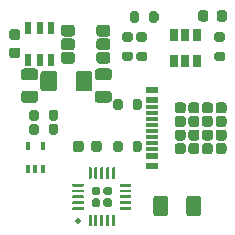
<source format=gbr>
%TF.GenerationSoftware,KiCad,Pcbnew,(5.1.9-0-10_14)*%
%TF.CreationDate,2021-05-25T11:03:56+01:00*%
%TF.ProjectId,Battery,42617474-6572-4792-9e6b-696361645f70,3*%
%TF.SameCoordinates,Original*%
%TF.FileFunction,Paste,Top*%
%TF.FilePolarity,Positive*%
%FSLAX46Y46*%
G04 Gerber Fmt 4.6, Leading zero omitted, Abs format (unit mm)*
G04 Created by KiCad (PCBNEW (5.1.9-0-10_14)) date 2021-05-25 11:03:56*
%MOMM*%
%LPD*%
G01*
G04 APERTURE LIST*
%ADD10R,0.600000X1.100000*%
%ADD11R,0.650000X1.060000*%
%ADD12R,0.400000X0.800000*%
%ADD13C,0.500000*%
%ADD14R,1.140000X0.600000*%
%ADD15R,1.140000X0.300000*%
G04 APERTURE END LIST*
%TO.C,C2*%
G36*
G01*
X123775000Y-110100000D02*
X123775000Y-110600000D01*
G75*
G02*
X123550000Y-110825000I-225000J0D01*
G01*
X123100000Y-110825000D01*
G75*
G02*
X122875000Y-110600000I0J225000D01*
G01*
X122875000Y-110100000D01*
G75*
G02*
X123100000Y-109875000I225000J0D01*
G01*
X123550000Y-109875000D01*
G75*
G02*
X123775000Y-110100000I0J-225000D01*
G01*
G37*
G36*
G01*
X125325000Y-110100000D02*
X125325000Y-110600000D01*
G75*
G02*
X125100000Y-110825000I-225000J0D01*
G01*
X124650000Y-110825000D01*
G75*
G02*
X124425000Y-110600000I0J225000D01*
G01*
X124425000Y-110100000D01*
G75*
G02*
X124650000Y-109875000I225000J0D01*
G01*
X125100000Y-109875000D01*
G75*
G02*
X125325000Y-110100000I0J-225000D01*
G01*
G37*
%TD*%
%TO.C,Reg1*%
G36*
G01*
X124850000Y-103100000D02*
X124850000Y-102600000D01*
G75*
G02*
X125100000Y-102350000I250000J0D01*
G01*
X125800000Y-102350000D01*
G75*
G02*
X126050000Y-102600000I0J-250000D01*
G01*
X126050000Y-103100000D01*
G75*
G02*
X125800000Y-103350000I-250000J0D01*
G01*
X125100000Y-103350000D01*
G75*
G02*
X124850000Y-103100000I0J250000D01*
G01*
G37*
G36*
G01*
X124850000Y-101950000D02*
X124850000Y-101450000D01*
G75*
G02*
X125100000Y-101200000I250000J0D01*
G01*
X125800000Y-101200000D01*
G75*
G02*
X126050000Y-101450000I0J-250000D01*
G01*
X126050000Y-101950000D01*
G75*
G02*
X125800000Y-102200000I-250000J0D01*
G01*
X125100000Y-102200000D01*
G75*
G02*
X124850000Y-101950000I0J250000D01*
G01*
G37*
G36*
G01*
X124850000Y-100800000D02*
X124850000Y-100300000D01*
G75*
G02*
X125100000Y-100050000I250000J0D01*
G01*
X125800000Y-100050000D01*
G75*
G02*
X126050000Y-100300000I0J-250000D01*
G01*
X126050000Y-100800000D01*
G75*
G02*
X125800000Y-101050000I-250000J0D01*
G01*
X125100000Y-101050000D01*
G75*
G02*
X124850000Y-100800000I0J250000D01*
G01*
G37*
G36*
G01*
X121850000Y-101950000D02*
X121850000Y-101450000D01*
G75*
G02*
X122100000Y-101200000I250000J0D01*
G01*
X122800000Y-101200000D01*
G75*
G02*
X123050000Y-101450000I0J-250000D01*
G01*
X123050000Y-101950000D01*
G75*
G02*
X122800000Y-102200000I-250000J0D01*
G01*
X122100000Y-102200000D01*
G75*
G02*
X121850000Y-101950000I0J250000D01*
G01*
G37*
G36*
G01*
X121850000Y-103100000D02*
X121850000Y-102600000D01*
G75*
G02*
X122100000Y-102350000I250000J0D01*
G01*
X122800000Y-102350000D01*
G75*
G02*
X123050000Y-102600000I0J-250000D01*
G01*
X123050000Y-103100000D01*
G75*
G02*
X122800000Y-103350000I-250000J0D01*
G01*
X122100000Y-103350000D01*
G75*
G02*
X121850000Y-103100000I0J250000D01*
G01*
G37*
G36*
G01*
X121850000Y-100800000D02*
X121850000Y-100300000D01*
G75*
G02*
X122100000Y-100050000I250000J0D01*
G01*
X122800000Y-100050000D01*
G75*
G02*
X123050000Y-100300000I0J-250000D01*
G01*
X123050000Y-100800000D01*
G75*
G02*
X122800000Y-101050000I-250000J0D01*
G01*
X122100000Y-101050000D01*
G75*
G02*
X121850000Y-100800000I0J250000D01*
G01*
G37*
D10*
X121000000Y-100300000D03*
X119100000Y-100300000D03*
X120050000Y-100300000D03*
X119100000Y-103000000D03*
X120050000Y-103000000D03*
X121000000Y-103000000D03*
G36*
G01*
X124975000Y-103750000D02*
X125925000Y-103750000D01*
G75*
G02*
X126175000Y-104000000I0J-250000D01*
G01*
X126175000Y-104500000D01*
G75*
G02*
X125925000Y-104750000I-250000J0D01*
G01*
X124975000Y-104750000D01*
G75*
G02*
X124725000Y-104500000I0J250000D01*
G01*
X124725000Y-104000000D01*
G75*
G02*
X124975000Y-103750000I250000J0D01*
G01*
G37*
G36*
G01*
X124975000Y-105650000D02*
X125925000Y-105650000D01*
G75*
G02*
X126175000Y-105900000I0J-250000D01*
G01*
X126175000Y-106400000D01*
G75*
G02*
X125925000Y-106650000I-250000J0D01*
G01*
X124975000Y-106650000D01*
G75*
G02*
X124725000Y-106400000I0J250000D01*
G01*
X124725000Y-105900000D01*
G75*
G02*
X124975000Y-105650000I250000J0D01*
G01*
G37*
G36*
G01*
X118725000Y-105650000D02*
X119675000Y-105650000D01*
G75*
G02*
X119925000Y-105900000I0J-250000D01*
G01*
X119925000Y-106400000D01*
G75*
G02*
X119675000Y-106650000I-250000J0D01*
G01*
X118725000Y-106650000D01*
G75*
G02*
X118475000Y-106400000I0J250000D01*
G01*
X118475000Y-105900000D01*
G75*
G02*
X118725000Y-105650000I250000J0D01*
G01*
G37*
G36*
G01*
X118725000Y-103750000D02*
X119675000Y-103750000D01*
G75*
G02*
X119925000Y-104000000I0J-250000D01*
G01*
X119925000Y-104500000D01*
G75*
G02*
X119675000Y-104750000I-250000J0D01*
G01*
X118725000Y-104750000D01*
G75*
G02*
X118475000Y-104500000I0J250000D01*
G01*
X118475000Y-104000000D01*
G75*
G02*
X118725000Y-103750000I250000J0D01*
G01*
G37*
G36*
G01*
X118200000Y-101325000D02*
X117700000Y-101325000D01*
G75*
G02*
X117475000Y-101100000I0J225000D01*
G01*
X117475000Y-100650000D01*
G75*
G02*
X117700000Y-100425000I225000J0D01*
G01*
X118200000Y-100425000D01*
G75*
G02*
X118425000Y-100650000I0J-225000D01*
G01*
X118425000Y-101100000D01*
G75*
G02*
X118200000Y-101325000I-225000J0D01*
G01*
G37*
G36*
G01*
X118200000Y-102875000D02*
X117700000Y-102875000D01*
G75*
G02*
X117475000Y-102650000I0J225000D01*
G01*
X117475000Y-102200000D01*
G75*
G02*
X117700000Y-101975000I225000J0D01*
G01*
X118200000Y-101975000D01*
G75*
G02*
X118425000Y-102200000I0J-225000D01*
G01*
X118425000Y-102650000D01*
G75*
G02*
X118200000Y-102875000I-225000J0D01*
G01*
G37*
G36*
G01*
X120125000Y-105445626D02*
X120125000Y-104194374D01*
G75*
G02*
X120374374Y-103945000I249374J0D01*
G01*
X121300626Y-103945000D01*
G75*
G02*
X121550000Y-104194374I0J-249374D01*
G01*
X121550000Y-105445626D01*
G75*
G02*
X121300626Y-105695000I-249374J0D01*
G01*
X120374374Y-105695000D01*
G75*
G02*
X120125000Y-105445626I0J249374D01*
G01*
G37*
G36*
G01*
X123100000Y-105445626D02*
X123100000Y-104194374D01*
G75*
G02*
X123349374Y-103945000I249374J0D01*
G01*
X124275626Y-103945000D01*
G75*
G02*
X124525000Y-104194374I0J-249374D01*
G01*
X124525000Y-105445626D01*
G75*
G02*
X124275626Y-105695000I-249374J0D01*
G01*
X123349374Y-105695000D01*
G75*
G02*
X123100000Y-105445626I0J249374D01*
G01*
G37*
%TD*%
D11*
%TO.C,U3*%
X132400000Y-103100000D03*
X133350000Y-103100000D03*
X131450000Y-103100000D03*
X131450000Y-100900000D03*
X132400000Y-100900000D03*
X133350000Y-100900000D03*
%TD*%
%TO.C,R14*%
G36*
G01*
X135575000Y-101475000D02*
X135025000Y-101475000D01*
G75*
G02*
X134825000Y-101275000I0J200000D01*
G01*
X134825000Y-100875000D01*
G75*
G02*
X135025000Y-100675000I200000J0D01*
G01*
X135575000Y-100675000D01*
G75*
G02*
X135775000Y-100875000I0J-200000D01*
G01*
X135775000Y-101275000D01*
G75*
G02*
X135575000Y-101475000I-200000J0D01*
G01*
G37*
G36*
G01*
X135575000Y-103125000D02*
X135025000Y-103125000D01*
G75*
G02*
X134825000Y-102925000I0J200000D01*
G01*
X134825000Y-102525000D01*
G75*
G02*
X135025000Y-102325000I200000J0D01*
G01*
X135575000Y-102325000D01*
G75*
G02*
X135775000Y-102525000I0J-200000D01*
G01*
X135775000Y-102925000D01*
G75*
G02*
X135575000Y-103125000I-200000J0D01*
G01*
G37*
%TD*%
%TO.C,R10*%
G36*
G01*
X120825000Y-107975000D02*
X120825000Y-107425000D01*
G75*
G02*
X121025000Y-107225000I200000J0D01*
G01*
X121425000Y-107225000D01*
G75*
G02*
X121625000Y-107425000I0J-200000D01*
G01*
X121625000Y-107975000D01*
G75*
G02*
X121425000Y-108175000I-200000J0D01*
G01*
X121025000Y-108175000D01*
G75*
G02*
X120825000Y-107975000I0J200000D01*
G01*
G37*
G36*
G01*
X119175000Y-107975000D02*
X119175000Y-107425000D01*
G75*
G02*
X119375000Y-107225000I200000J0D01*
G01*
X119775000Y-107225000D01*
G75*
G02*
X119975000Y-107425000I0J-200000D01*
G01*
X119975000Y-107975000D01*
G75*
G02*
X119775000Y-108175000I-200000J0D01*
G01*
X119375000Y-108175000D01*
G75*
G02*
X119175000Y-107975000I0J200000D01*
G01*
G37*
%TD*%
%TO.C,D2*%
G36*
G01*
X130925000Y-114775000D02*
X130925000Y-116025000D01*
G75*
G02*
X130675000Y-116275000I-250000J0D01*
G01*
X129925000Y-116275000D01*
G75*
G02*
X129675000Y-116025000I0J250000D01*
G01*
X129675000Y-114775000D01*
G75*
G02*
X129925000Y-114525000I250000J0D01*
G01*
X130675000Y-114525000D01*
G75*
G02*
X130925000Y-114775000I0J-250000D01*
G01*
G37*
G36*
G01*
X133725000Y-114775000D02*
X133725000Y-116025000D01*
G75*
G02*
X133475000Y-116275000I-250000J0D01*
G01*
X132725000Y-116275000D01*
G75*
G02*
X132475000Y-116025000I0J250000D01*
G01*
X132475000Y-114775000D01*
G75*
G02*
X132725000Y-114525000I250000J0D01*
G01*
X133475000Y-114525000D01*
G75*
G02*
X133725000Y-114775000I0J-250000D01*
G01*
G37*
%TD*%
D12*
%TO.C,Q1*%
X119050000Y-110350000D03*
X120350000Y-110350000D03*
X120350000Y-112250000D03*
X119700000Y-112250000D03*
X119050000Y-112250000D03*
%TD*%
%TO.C,D1*%
G36*
G01*
X134350000Y-99043750D02*
X134350000Y-99556250D01*
G75*
G02*
X134131250Y-99775000I-218750J0D01*
G01*
X133693750Y-99775000D01*
G75*
G02*
X133475000Y-99556250I0J218750D01*
G01*
X133475000Y-99043750D01*
G75*
G02*
X133693750Y-98825000I218750J0D01*
G01*
X134131250Y-98825000D01*
G75*
G02*
X134350000Y-99043750I0J-218750D01*
G01*
G37*
G36*
G01*
X135925000Y-99043750D02*
X135925000Y-99556250D01*
G75*
G02*
X135706250Y-99775000I-218750J0D01*
G01*
X135268750Y-99775000D01*
G75*
G02*
X135050000Y-99556250I0J218750D01*
G01*
X135050000Y-99043750D01*
G75*
G02*
X135268750Y-98825000I218750J0D01*
G01*
X135706250Y-98825000D01*
G75*
G02*
X135925000Y-99043750I0J-218750D01*
G01*
G37*
%TD*%
%TO.C,R13*%
G36*
G01*
X127775000Y-101475000D02*
X127225000Y-101475000D01*
G75*
G02*
X127025000Y-101275000I0J200000D01*
G01*
X127025000Y-100875000D01*
G75*
G02*
X127225000Y-100675000I200000J0D01*
G01*
X127775000Y-100675000D01*
G75*
G02*
X127975000Y-100875000I0J-200000D01*
G01*
X127975000Y-101275000D01*
G75*
G02*
X127775000Y-101475000I-200000J0D01*
G01*
G37*
G36*
G01*
X127775000Y-103125000D02*
X127225000Y-103125000D01*
G75*
G02*
X127025000Y-102925000I0J200000D01*
G01*
X127025000Y-102525000D01*
G75*
G02*
X127225000Y-102325000I200000J0D01*
G01*
X127775000Y-102325000D01*
G75*
G02*
X127975000Y-102525000I0J-200000D01*
G01*
X127975000Y-102925000D01*
G75*
G02*
X127775000Y-103125000I-200000J0D01*
G01*
G37*
%TD*%
%TO.C,R12*%
G36*
G01*
X128425000Y-102325000D02*
X128975000Y-102325000D01*
G75*
G02*
X129175000Y-102525000I0J-200000D01*
G01*
X129175000Y-102925000D01*
G75*
G02*
X128975000Y-103125000I-200000J0D01*
G01*
X128425000Y-103125000D01*
G75*
G02*
X128225000Y-102925000I0J200000D01*
G01*
X128225000Y-102525000D01*
G75*
G02*
X128425000Y-102325000I200000J0D01*
G01*
G37*
G36*
G01*
X128425000Y-100675000D02*
X128975000Y-100675000D01*
G75*
G02*
X129175000Y-100875000I0J-200000D01*
G01*
X129175000Y-101275000D01*
G75*
G02*
X128975000Y-101475000I-200000J0D01*
G01*
X128425000Y-101475000D01*
G75*
G02*
X128225000Y-101275000I0J200000D01*
G01*
X128225000Y-100875000D01*
G75*
G02*
X128425000Y-100675000I200000J0D01*
G01*
G37*
%TD*%
%TO.C,R11*%
G36*
G01*
X129325000Y-99675000D02*
X129325000Y-99125000D01*
G75*
G02*
X129525000Y-98925000I200000J0D01*
G01*
X129925000Y-98925000D01*
G75*
G02*
X130125000Y-99125000I0J-200000D01*
G01*
X130125000Y-99675000D01*
G75*
G02*
X129925000Y-99875000I-200000J0D01*
G01*
X129525000Y-99875000D01*
G75*
G02*
X129325000Y-99675000I0J200000D01*
G01*
G37*
G36*
G01*
X127675000Y-99675000D02*
X127675000Y-99125000D01*
G75*
G02*
X127875000Y-98925000I200000J0D01*
G01*
X128275000Y-98925000D01*
G75*
G02*
X128475000Y-99125000I0J-200000D01*
G01*
X128475000Y-99675000D01*
G75*
G02*
X128275000Y-99875000I-200000J0D01*
G01*
X127875000Y-99875000D01*
G75*
G02*
X127675000Y-99675000I0J200000D01*
G01*
G37*
%TD*%
%TO.C,R9*%
G36*
G01*
X120825000Y-109175000D02*
X120825000Y-108625000D01*
G75*
G02*
X121025000Y-108425000I200000J0D01*
G01*
X121425000Y-108425000D01*
G75*
G02*
X121625000Y-108625000I0J-200000D01*
G01*
X121625000Y-109175000D01*
G75*
G02*
X121425000Y-109375000I-200000J0D01*
G01*
X121025000Y-109375000D01*
G75*
G02*
X120825000Y-109175000I0J200000D01*
G01*
G37*
G36*
G01*
X119175000Y-109175000D02*
X119175000Y-108625000D01*
G75*
G02*
X119375000Y-108425000I200000J0D01*
G01*
X119775000Y-108425000D01*
G75*
G02*
X119975000Y-108625000I0J-200000D01*
G01*
X119975000Y-109175000D01*
G75*
G02*
X119775000Y-109375000I-200000J0D01*
G01*
X119375000Y-109375000D01*
G75*
G02*
X119175000Y-109175000I0J200000D01*
G01*
G37*
%TD*%
%TO.C,R8*%
G36*
G01*
X127925000Y-107075000D02*
X127925000Y-106525000D01*
G75*
G02*
X128125000Y-106325000I200000J0D01*
G01*
X128525000Y-106325000D01*
G75*
G02*
X128725000Y-106525000I0J-200000D01*
G01*
X128725000Y-107075000D01*
G75*
G02*
X128525000Y-107275000I-200000J0D01*
G01*
X128125000Y-107275000D01*
G75*
G02*
X127925000Y-107075000I0J200000D01*
G01*
G37*
G36*
G01*
X126275000Y-107075000D02*
X126275000Y-106525000D01*
G75*
G02*
X126475000Y-106325000I200000J0D01*
G01*
X126875000Y-106325000D01*
G75*
G02*
X127075000Y-106525000I0J-200000D01*
G01*
X127075000Y-107075000D01*
G75*
G02*
X126875000Y-107275000I-200000J0D01*
G01*
X126475000Y-107275000D01*
G75*
G02*
X126275000Y-107075000I0J200000D01*
G01*
G37*
%TD*%
%TO.C,R7*%
G36*
G01*
X127075000Y-110075000D02*
X127075000Y-110625000D01*
G75*
G02*
X126875000Y-110825000I-200000J0D01*
G01*
X126475000Y-110825000D01*
G75*
G02*
X126275000Y-110625000I0J200000D01*
G01*
X126275000Y-110075000D01*
G75*
G02*
X126475000Y-109875000I200000J0D01*
G01*
X126875000Y-109875000D01*
G75*
G02*
X127075000Y-110075000I0J-200000D01*
G01*
G37*
G36*
G01*
X128725000Y-110075000D02*
X128725000Y-110625000D01*
G75*
G02*
X128525000Y-110825000I-200000J0D01*
G01*
X128125000Y-110825000D01*
G75*
G02*
X127925000Y-110625000I0J200000D01*
G01*
X127925000Y-110075000D01*
G75*
G02*
X128125000Y-109875000I200000J0D01*
G01*
X128525000Y-109875000D01*
G75*
G02*
X128725000Y-110075000I0J-200000D01*
G01*
G37*
%TD*%
D13*
%TO.C,U2*%
X123325000Y-116625000D03*
G36*
G01*
X126014000Y-114500000D02*
X125636000Y-114500000D01*
G75*
G02*
X125450000Y-114314000I0J186000D01*
G01*
X125450000Y-113936000D01*
G75*
G02*
X125636000Y-113750000I186000J0D01*
G01*
X126014000Y-113750000D01*
G75*
G02*
X126200000Y-113936000I0J-186000D01*
G01*
X126200000Y-114314000D01*
G75*
G02*
X126014000Y-114500000I-186000J0D01*
G01*
G37*
G36*
G01*
X125014000Y-114500000D02*
X124636000Y-114500000D01*
G75*
G02*
X124450000Y-114314000I0J186000D01*
G01*
X124450000Y-113936000D01*
G75*
G02*
X124636000Y-113750000I186000J0D01*
G01*
X125014000Y-113750000D01*
G75*
G02*
X125200000Y-113936000I0J-186000D01*
G01*
X125200000Y-114314000D01*
G75*
G02*
X125014000Y-114500000I-186000J0D01*
G01*
G37*
G36*
G01*
X126014000Y-115500000D02*
X125636000Y-115500000D01*
G75*
G02*
X125450000Y-115314000I0J186000D01*
G01*
X125450000Y-114936000D01*
G75*
G02*
X125636000Y-114750000I186000J0D01*
G01*
X126014000Y-114750000D01*
G75*
G02*
X126200000Y-114936000I0J-186000D01*
G01*
X126200000Y-115314000D01*
G75*
G02*
X126014000Y-115500000I-186000J0D01*
G01*
G37*
G36*
G01*
X125014000Y-115500000D02*
X124636000Y-115500000D01*
G75*
G02*
X124450000Y-115314000I0J186000D01*
G01*
X124450000Y-114936000D01*
G75*
G02*
X124636000Y-114750000I186000J0D01*
G01*
X125014000Y-114750000D01*
G75*
G02*
X125200000Y-114936000I0J-186000D01*
G01*
X125200000Y-115314000D01*
G75*
G02*
X125014000Y-115500000I-186000J0D01*
G01*
G37*
G36*
G01*
X123762500Y-115750000D02*
X122887500Y-115750000D01*
G75*
G02*
X122825000Y-115687500I0J62500D01*
G01*
X122825000Y-115562500D01*
G75*
G02*
X122887500Y-115500000I62500J0D01*
G01*
X123762500Y-115500000D01*
G75*
G02*
X123825000Y-115562500I0J-62500D01*
G01*
X123825000Y-115687500D01*
G75*
G02*
X123762500Y-115750000I-62500J0D01*
G01*
G37*
G36*
G01*
X123762500Y-115250000D02*
X122887500Y-115250000D01*
G75*
G02*
X122825000Y-115187500I0J62500D01*
G01*
X122825000Y-115062500D01*
G75*
G02*
X122887500Y-115000000I62500J0D01*
G01*
X123762500Y-115000000D01*
G75*
G02*
X123825000Y-115062500I0J-62500D01*
G01*
X123825000Y-115187500D01*
G75*
G02*
X123762500Y-115250000I-62500J0D01*
G01*
G37*
G36*
G01*
X123762500Y-114750000D02*
X122887500Y-114750000D01*
G75*
G02*
X122825000Y-114687500I0J62500D01*
G01*
X122825000Y-114562500D01*
G75*
G02*
X122887500Y-114500000I62500J0D01*
G01*
X123762500Y-114500000D01*
G75*
G02*
X123825000Y-114562500I0J-62500D01*
G01*
X123825000Y-114687500D01*
G75*
G02*
X123762500Y-114750000I-62500J0D01*
G01*
G37*
G36*
G01*
X123762500Y-114250000D02*
X122887500Y-114250000D01*
G75*
G02*
X122825000Y-114187500I0J62500D01*
G01*
X122825000Y-114062500D01*
G75*
G02*
X122887500Y-114000000I62500J0D01*
G01*
X123762500Y-114000000D01*
G75*
G02*
X123825000Y-114062500I0J-62500D01*
G01*
X123825000Y-114187500D01*
G75*
G02*
X123762500Y-114250000I-62500J0D01*
G01*
G37*
G36*
G01*
X123762500Y-113750000D02*
X122887500Y-113750000D01*
G75*
G02*
X122825000Y-113687500I0J62500D01*
G01*
X122825000Y-113562500D01*
G75*
G02*
X122887500Y-113500000I62500J0D01*
G01*
X123762500Y-113500000D01*
G75*
G02*
X123825000Y-113562500I0J-62500D01*
G01*
X123825000Y-113687500D01*
G75*
G02*
X123762500Y-113750000I-62500J0D01*
G01*
G37*
G36*
G01*
X124387500Y-113125000D02*
X124262500Y-113125000D01*
G75*
G02*
X124200000Y-113062500I0J62500D01*
G01*
X124200000Y-112187500D01*
G75*
G02*
X124262500Y-112125000I62500J0D01*
G01*
X124387500Y-112125000D01*
G75*
G02*
X124450000Y-112187500I0J-62500D01*
G01*
X124450000Y-113062500D01*
G75*
G02*
X124387500Y-113125000I-62500J0D01*
G01*
G37*
G36*
G01*
X124887500Y-113125000D02*
X124762500Y-113125000D01*
G75*
G02*
X124700000Y-113062500I0J62500D01*
G01*
X124700000Y-112187500D01*
G75*
G02*
X124762500Y-112125000I62500J0D01*
G01*
X124887500Y-112125000D01*
G75*
G02*
X124950000Y-112187500I0J-62500D01*
G01*
X124950000Y-113062500D01*
G75*
G02*
X124887500Y-113125000I-62500J0D01*
G01*
G37*
G36*
G01*
X125387500Y-113125000D02*
X125262500Y-113125000D01*
G75*
G02*
X125200000Y-113062500I0J62500D01*
G01*
X125200000Y-112187500D01*
G75*
G02*
X125262500Y-112125000I62500J0D01*
G01*
X125387500Y-112125000D01*
G75*
G02*
X125450000Y-112187500I0J-62500D01*
G01*
X125450000Y-113062500D01*
G75*
G02*
X125387500Y-113125000I-62500J0D01*
G01*
G37*
G36*
G01*
X125887500Y-113125000D02*
X125762500Y-113125000D01*
G75*
G02*
X125700000Y-113062500I0J62500D01*
G01*
X125700000Y-112187500D01*
G75*
G02*
X125762500Y-112125000I62500J0D01*
G01*
X125887500Y-112125000D01*
G75*
G02*
X125950000Y-112187500I0J-62500D01*
G01*
X125950000Y-113062500D01*
G75*
G02*
X125887500Y-113125000I-62500J0D01*
G01*
G37*
G36*
G01*
X126387500Y-113125000D02*
X126262500Y-113125000D01*
G75*
G02*
X126200000Y-113062500I0J62500D01*
G01*
X126200000Y-112187500D01*
G75*
G02*
X126262500Y-112125000I62500J0D01*
G01*
X126387500Y-112125000D01*
G75*
G02*
X126450000Y-112187500I0J-62500D01*
G01*
X126450000Y-113062500D01*
G75*
G02*
X126387500Y-113125000I-62500J0D01*
G01*
G37*
G36*
G01*
X127762500Y-113750000D02*
X126887500Y-113750000D01*
G75*
G02*
X126825000Y-113687500I0J62500D01*
G01*
X126825000Y-113562500D01*
G75*
G02*
X126887500Y-113500000I62500J0D01*
G01*
X127762500Y-113500000D01*
G75*
G02*
X127825000Y-113562500I0J-62500D01*
G01*
X127825000Y-113687500D01*
G75*
G02*
X127762500Y-113750000I-62500J0D01*
G01*
G37*
G36*
G01*
X127762500Y-114250000D02*
X126887500Y-114250000D01*
G75*
G02*
X126825000Y-114187500I0J62500D01*
G01*
X126825000Y-114062500D01*
G75*
G02*
X126887500Y-114000000I62500J0D01*
G01*
X127762500Y-114000000D01*
G75*
G02*
X127825000Y-114062500I0J-62500D01*
G01*
X127825000Y-114187500D01*
G75*
G02*
X127762500Y-114250000I-62500J0D01*
G01*
G37*
G36*
G01*
X127762500Y-114750000D02*
X126887500Y-114750000D01*
G75*
G02*
X126825000Y-114687500I0J62500D01*
G01*
X126825000Y-114562500D01*
G75*
G02*
X126887500Y-114500000I62500J0D01*
G01*
X127762500Y-114500000D01*
G75*
G02*
X127825000Y-114562500I0J-62500D01*
G01*
X127825000Y-114687500D01*
G75*
G02*
X127762500Y-114750000I-62500J0D01*
G01*
G37*
G36*
G01*
X127762500Y-115250000D02*
X126887500Y-115250000D01*
G75*
G02*
X126825000Y-115187500I0J62500D01*
G01*
X126825000Y-115062500D01*
G75*
G02*
X126887500Y-115000000I62500J0D01*
G01*
X127762500Y-115000000D01*
G75*
G02*
X127825000Y-115062500I0J-62500D01*
G01*
X127825000Y-115187500D01*
G75*
G02*
X127762500Y-115250000I-62500J0D01*
G01*
G37*
G36*
G01*
X127762500Y-115750000D02*
X126887500Y-115750000D01*
G75*
G02*
X126825000Y-115687500I0J62500D01*
G01*
X126825000Y-115562500D01*
G75*
G02*
X126887500Y-115500000I62500J0D01*
G01*
X127762500Y-115500000D01*
G75*
G02*
X127825000Y-115562500I0J-62500D01*
G01*
X127825000Y-115687500D01*
G75*
G02*
X127762500Y-115750000I-62500J0D01*
G01*
G37*
G36*
G01*
X126387500Y-117125000D02*
X126262500Y-117125000D01*
G75*
G02*
X126200000Y-117062500I0J62500D01*
G01*
X126200000Y-116187500D01*
G75*
G02*
X126262500Y-116125000I62500J0D01*
G01*
X126387500Y-116125000D01*
G75*
G02*
X126450000Y-116187500I0J-62500D01*
G01*
X126450000Y-117062500D01*
G75*
G02*
X126387500Y-117125000I-62500J0D01*
G01*
G37*
G36*
G01*
X125887500Y-117125000D02*
X125762500Y-117125000D01*
G75*
G02*
X125700000Y-117062500I0J62500D01*
G01*
X125700000Y-116187500D01*
G75*
G02*
X125762500Y-116125000I62500J0D01*
G01*
X125887500Y-116125000D01*
G75*
G02*
X125950000Y-116187500I0J-62500D01*
G01*
X125950000Y-117062500D01*
G75*
G02*
X125887500Y-117125000I-62500J0D01*
G01*
G37*
G36*
G01*
X125387500Y-117125000D02*
X125262500Y-117125000D01*
G75*
G02*
X125200000Y-117062500I0J62500D01*
G01*
X125200000Y-116187500D01*
G75*
G02*
X125262500Y-116125000I62500J0D01*
G01*
X125387500Y-116125000D01*
G75*
G02*
X125450000Y-116187500I0J-62500D01*
G01*
X125450000Y-117062500D01*
G75*
G02*
X125387500Y-117125000I-62500J0D01*
G01*
G37*
G36*
G01*
X124887500Y-117125000D02*
X124762500Y-117125000D01*
G75*
G02*
X124700000Y-117062500I0J62500D01*
G01*
X124700000Y-116187500D01*
G75*
G02*
X124762500Y-116125000I62500J0D01*
G01*
X124887500Y-116125000D01*
G75*
G02*
X124950000Y-116187500I0J-62500D01*
G01*
X124950000Y-117062500D01*
G75*
G02*
X124887500Y-117125000I-62500J0D01*
G01*
G37*
G36*
G01*
X124387500Y-117125000D02*
X124262500Y-117125000D01*
G75*
G02*
X124200000Y-117062500I0J62500D01*
G01*
X124200000Y-116187500D01*
G75*
G02*
X124262500Y-116125000I62500J0D01*
G01*
X124387500Y-116125000D01*
G75*
G02*
X124450000Y-116187500I0J-62500D01*
G01*
X124450000Y-117062500D01*
G75*
G02*
X124387500Y-117125000I-62500J0D01*
G01*
G37*
%TD*%
%TO.C,J2*%
G36*
G01*
X133347500Y-109850000D02*
X132882500Y-109850000D01*
G75*
G02*
X132650000Y-109617500I0J232500D01*
G01*
X132650000Y-109152500D01*
G75*
G02*
X132882500Y-108920000I232500J0D01*
G01*
X133347500Y-108920000D01*
G75*
G02*
X133580000Y-109152500I0J-232500D01*
G01*
X133580000Y-109617500D01*
G75*
G02*
X133347500Y-109850000I-232500J0D01*
G01*
G37*
G36*
G01*
X134497500Y-109850000D02*
X134032500Y-109850000D01*
G75*
G02*
X133800000Y-109617500I0J232500D01*
G01*
X133800000Y-109152500D01*
G75*
G02*
X134032500Y-108920000I232500J0D01*
G01*
X134497500Y-108920000D01*
G75*
G02*
X134730000Y-109152500I0J-232500D01*
G01*
X134730000Y-109617500D01*
G75*
G02*
X134497500Y-109850000I-232500J0D01*
G01*
G37*
G36*
G01*
X135647500Y-109850000D02*
X135182500Y-109850000D01*
G75*
G02*
X134950000Y-109617500I0J232500D01*
G01*
X134950000Y-109152500D01*
G75*
G02*
X135182500Y-108920000I232500J0D01*
G01*
X135647500Y-108920000D01*
G75*
G02*
X135880000Y-109152500I0J-232500D01*
G01*
X135880000Y-109617500D01*
G75*
G02*
X135647500Y-109850000I-232500J0D01*
G01*
G37*
G36*
G01*
X132197500Y-108700000D02*
X131732500Y-108700000D01*
G75*
G02*
X131500000Y-108467500I0J232500D01*
G01*
X131500000Y-108002500D01*
G75*
G02*
X131732500Y-107770000I232500J0D01*
G01*
X132197500Y-107770000D01*
G75*
G02*
X132430000Y-108002500I0J-232500D01*
G01*
X132430000Y-108467500D01*
G75*
G02*
X132197500Y-108700000I-232500J0D01*
G01*
G37*
G36*
G01*
X133347500Y-108700000D02*
X132882500Y-108700000D01*
G75*
G02*
X132650000Y-108467500I0J232500D01*
G01*
X132650000Y-108002500D01*
G75*
G02*
X132882500Y-107770000I232500J0D01*
G01*
X133347500Y-107770000D01*
G75*
G02*
X133580000Y-108002500I0J-232500D01*
G01*
X133580000Y-108467500D01*
G75*
G02*
X133347500Y-108700000I-232500J0D01*
G01*
G37*
G36*
G01*
X134497500Y-108700000D02*
X134032500Y-108700000D01*
G75*
G02*
X133800000Y-108467500I0J232500D01*
G01*
X133800000Y-108002500D01*
G75*
G02*
X134032500Y-107770000I232500J0D01*
G01*
X134497500Y-107770000D01*
G75*
G02*
X134730000Y-108002500I0J-232500D01*
G01*
X134730000Y-108467500D01*
G75*
G02*
X134497500Y-108700000I-232500J0D01*
G01*
G37*
G36*
G01*
X135647500Y-108700000D02*
X135182500Y-108700000D01*
G75*
G02*
X134950000Y-108467500I0J232500D01*
G01*
X134950000Y-108002500D01*
G75*
G02*
X135182500Y-107770000I232500J0D01*
G01*
X135647500Y-107770000D01*
G75*
G02*
X135880000Y-108002500I0J-232500D01*
G01*
X135880000Y-108467500D01*
G75*
G02*
X135647500Y-108700000I-232500J0D01*
G01*
G37*
G36*
G01*
X132197500Y-107550000D02*
X131732500Y-107550000D01*
G75*
G02*
X131500000Y-107317500I0J232500D01*
G01*
X131500000Y-106852500D01*
G75*
G02*
X131732500Y-106620000I232500J0D01*
G01*
X132197500Y-106620000D01*
G75*
G02*
X132430000Y-106852500I0J-232500D01*
G01*
X132430000Y-107317500D01*
G75*
G02*
X132197500Y-107550000I-232500J0D01*
G01*
G37*
G36*
G01*
X133347500Y-107550000D02*
X132882500Y-107550000D01*
G75*
G02*
X132650000Y-107317500I0J232500D01*
G01*
X132650000Y-106852500D01*
G75*
G02*
X132882500Y-106620000I232500J0D01*
G01*
X133347500Y-106620000D01*
G75*
G02*
X133580000Y-106852500I0J-232500D01*
G01*
X133580000Y-107317500D01*
G75*
G02*
X133347500Y-107550000I-232500J0D01*
G01*
G37*
G36*
G01*
X134497500Y-107550000D02*
X134032500Y-107550000D01*
G75*
G02*
X133800000Y-107317500I0J232500D01*
G01*
X133800000Y-106852500D01*
G75*
G02*
X134032500Y-106620000I232500J0D01*
G01*
X134497500Y-106620000D01*
G75*
G02*
X134730000Y-106852500I0J-232500D01*
G01*
X134730000Y-107317500D01*
G75*
G02*
X134497500Y-107550000I-232500J0D01*
G01*
G37*
G36*
G01*
X135647500Y-107550000D02*
X135182500Y-107550000D01*
G75*
G02*
X134950000Y-107317500I0J232500D01*
G01*
X134950000Y-106852500D01*
G75*
G02*
X135182500Y-106620000I232500J0D01*
G01*
X135647500Y-106620000D01*
G75*
G02*
X135880000Y-106852500I0J-232500D01*
G01*
X135880000Y-107317500D01*
G75*
G02*
X135647500Y-107550000I-232500J0D01*
G01*
G37*
G36*
G01*
X132197500Y-111000000D02*
X131732500Y-111000000D01*
G75*
G02*
X131500000Y-110767500I0J232500D01*
G01*
X131500000Y-110302500D01*
G75*
G02*
X131732500Y-110070000I232500J0D01*
G01*
X132197500Y-110070000D01*
G75*
G02*
X132430000Y-110302500I0J-232500D01*
G01*
X132430000Y-110767500D01*
G75*
G02*
X132197500Y-111000000I-232500J0D01*
G01*
G37*
G36*
G01*
X133347500Y-111000000D02*
X132882500Y-111000000D01*
G75*
G02*
X132650000Y-110767500I0J232500D01*
G01*
X132650000Y-110302500D01*
G75*
G02*
X132882500Y-110070000I232500J0D01*
G01*
X133347500Y-110070000D01*
G75*
G02*
X133580000Y-110302500I0J-232500D01*
G01*
X133580000Y-110767500D01*
G75*
G02*
X133347500Y-111000000I-232500J0D01*
G01*
G37*
G36*
G01*
X134497500Y-111000000D02*
X134032500Y-111000000D01*
G75*
G02*
X133800000Y-110767500I0J232500D01*
G01*
X133800000Y-110302500D01*
G75*
G02*
X134032500Y-110070000I232500J0D01*
G01*
X134497500Y-110070000D01*
G75*
G02*
X134730000Y-110302500I0J-232500D01*
G01*
X134730000Y-110767500D01*
G75*
G02*
X134497500Y-111000000I-232500J0D01*
G01*
G37*
G36*
G01*
X135647500Y-111000000D02*
X135182500Y-111000000D01*
G75*
G02*
X134950000Y-110767500I0J232500D01*
G01*
X134950000Y-110302500D01*
G75*
G02*
X135182500Y-110070000I232500J0D01*
G01*
X135647500Y-110070000D01*
G75*
G02*
X135880000Y-110302500I0J-232500D01*
G01*
X135880000Y-110767500D01*
G75*
G02*
X135647500Y-111000000I-232500J0D01*
G01*
G37*
G36*
G01*
X132197500Y-109850000D02*
X131732500Y-109850000D01*
G75*
G02*
X131500000Y-109617500I0J232500D01*
G01*
X131500000Y-109152500D01*
G75*
G02*
X131732500Y-108920000I232500J0D01*
G01*
X132197500Y-108920000D01*
G75*
G02*
X132430000Y-109152500I0J-232500D01*
G01*
X132430000Y-109617500D01*
G75*
G02*
X132197500Y-109850000I-232500J0D01*
G01*
G37*
D14*
X129540000Y-111200000D03*
X129540000Y-106400000D03*
D15*
X129540000Y-108550000D03*
X129540000Y-109050000D03*
X129540000Y-108050000D03*
X129540000Y-109550000D03*
X129540000Y-107550000D03*
X129540000Y-110050000D03*
X129540000Y-107050000D03*
X129540000Y-110550000D03*
D14*
X129540000Y-105600000D03*
X129540000Y-112000000D03*
%TD*%
M02*

</source>
